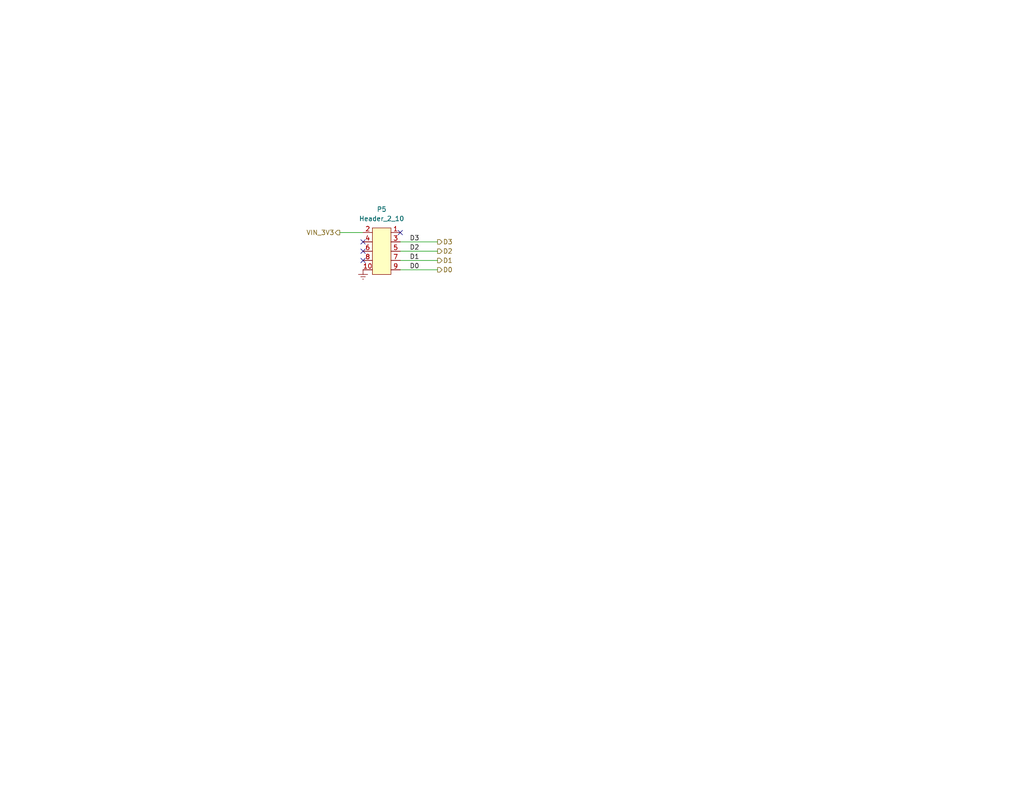
<source format=kicad_sch>
(kicad_sch (version 20231120) (generator "eeschema") (generator_version "8.0")
  (paper "A")
  (title_block (title "${PROJECT_NAME}") (date "2025-04-13") (rev "${PCB_REVISION}") (company "BRENDANHAINES.COM"))
  (lib_symbols
    (symbol "bh:GND" (power) (pin_names (offset 0))
      (symbol "GND_0_1"
        (polyline (pts (xy -0.635 -1.905) (xy 0.635 -1.905)))
        (polyline (pts (xy -0.127 -2.54) (xy 0.127 -2.54)))
        (polyline (pts (xy 0 -1.27) (xy 0 0)))
        (polyline (pts (xy 1.27 -1.27) (xy -1.27 -1.27)))
      )
      (symbol "GND_1_1"
        (pin power_in line (at 0 0 90) (length 0) hide (name "GND") (number "1"))
      )
    )
    (symbol "bh:Header_2_10" (pin_names (offset 1.016) hide)
      (property "Reference" "P" (at 0 0 0))
      (property "Value" "Header_2_10" (at 0 0 0))
      (symbol "Header_2_10_0_1"
        (rectangle (start 0 0) (end 5.08 -12.7) (fill (type background)))
      )
      (symbol "Header_2_10_0_2"
        (rectangle (start 0 0) (end 2.54 -25.4) (fill (type background)))
      )
      (symbol "Header_2_10_1_1"
        (pin passive line (at -2.54 -1.27 0) (length 2.54) (name "~") (number "1"))
        (pin passive line (at 7.62 -11.43 180) (length 2.54) (name "~") (number "10"))
        (pin passive line (at 7.62 -1.27 180) (length 2.54) (name "~") (number "2"))
        (pin passive line (at -2.54 -3.81 0) (length 2.54) (name "~") (number "3"))
        (pin passive line (at 7.62 -3.81 180) (length 2.54) (name "~") (number "4"))
        (pin passive line (at -2.54 -6.35 0) (length 2.54) (name "~") (number "5"))
        (pin passive line (at 7.62 -6.35 180) (length 2.54) (name "~") (number "6"))
        (pin passive line (at -2.54 -8.89 0) (length 2.54) (name "~") (number "7"))
        (pin passive line (at 7.62 -8.89 180) (length 2.54) (name "~") (number "8"))
        (pin passive line (at -2.54 -11.43 0) (length 2.54) (name "~") (number "9"))
      )
      (symbol "Header_2_10_1_2"
        (pin passive line (at -2.54 -1.27 0) (length 2.54) (name "~") (number "1"))
        (pin passive line (at -2.54 -24.13 0) (length 2.54) (name "~") (number "10"))
        (pin passive line (at -2.54 -3.81 0) (length 2.54) (name "~") (number "2"))
        (pin passive line (at -2.54 -6.35 0) (length 2.54) (name "~") (number "3"))
        (pin passive line (at -2.54 -8.89 0) (length 2.54) (name "~") (number "4"))
        (pin passive line (at -2.54 -11.43 0) (length 2.54) (name "~") (number "5"))
        (pin passive line (at -2.54 -13.97 0) (length 2.54) (name "~") (number "6"))
        (pin passive line (at -2.54 -16.51 0) (length 2.54) (name "~") (number "7"))
        (pin passive line (at -2.54 -19.05 0) (length 2.54) (name "~") (number "8"))
        (pin passive line (at -2.54 -21.59 0) (length 2.54) (name "~") (number "9"))
      )
    )
  )
  (no_connect (at 109.22 63.5))
  (no_connect (at 99.06 66.04))
  (no_connect (at 99.06 71.12))
  (no_connect (at 99.06 68.58))
  (wire (pts (xy 109.22 66.04) (xy 119.38 66.04)))
  (wire (pts (xy 109.22 73.66) (xy 119.38 73.66)))
  (wire (pts (xy 109.22 68.58) (xy 119.38 68.58)))
  (wire (pts (xy 92.71 63.5) (xy 99.06 63.5)))
  (wire (pts (xy 109.22 71.12) (xy 119.38 71.12)))
  (label "D2" (at 111.76 68.58 0))
  (label "D1" (at 111.76 71.12 0))
  (label "D0" (at 111.76 73.66 0))
  (label "D3" (at 111.76 66.04 0))
  (hierarchical_label "D0" (shape output) (at 119.38 73.66 0))
  (hierarchical_label "D1" (shape output) (at 119.38 71.12 0))
  (hierarchical_label "D3" (shape output) (at 119.38 66.04 0))
  (hierarchical_label "VIN_3V3" (shape output) (at 92.71 63.5 180))
  (hierarchical_label "D2" (shape output) (at 119.38 68.58 0))
  (symbol (lib_id "bh:GND") (at 99.06 73.66 0) (unit 1)
    (property "Reference" "#PWR030" (effects (hide yes)))
    (property "Value" "GND" (effects (hide yes)))
    (property "Description" "Power Symbol" (effects (hide yes)))
  )
  (symbol (lib_id "bh:Header_2_10") (at 106.68 62.23 0) (mirror y) (unit 1)
    (property "Reference" "P5" (at 104.14 57.15 0))
    (property "Value" "Header_2_10" (at 104.14 59.69 0))
    (property "Footprint" "common:PinHeader_2x05_P2.54mm_Vertical_Shrouded" (effects (hide yes)))
    (property "Description" "Header, 2x5" (effects (hide yes)))
    (property "Manufacturer" "Samtec, Inc." (effects (hide yes)))
    (property "ManufacturerPartNumber" "TST-105-01-G-D" (effects (hide yes)))
  )
)
</source>
